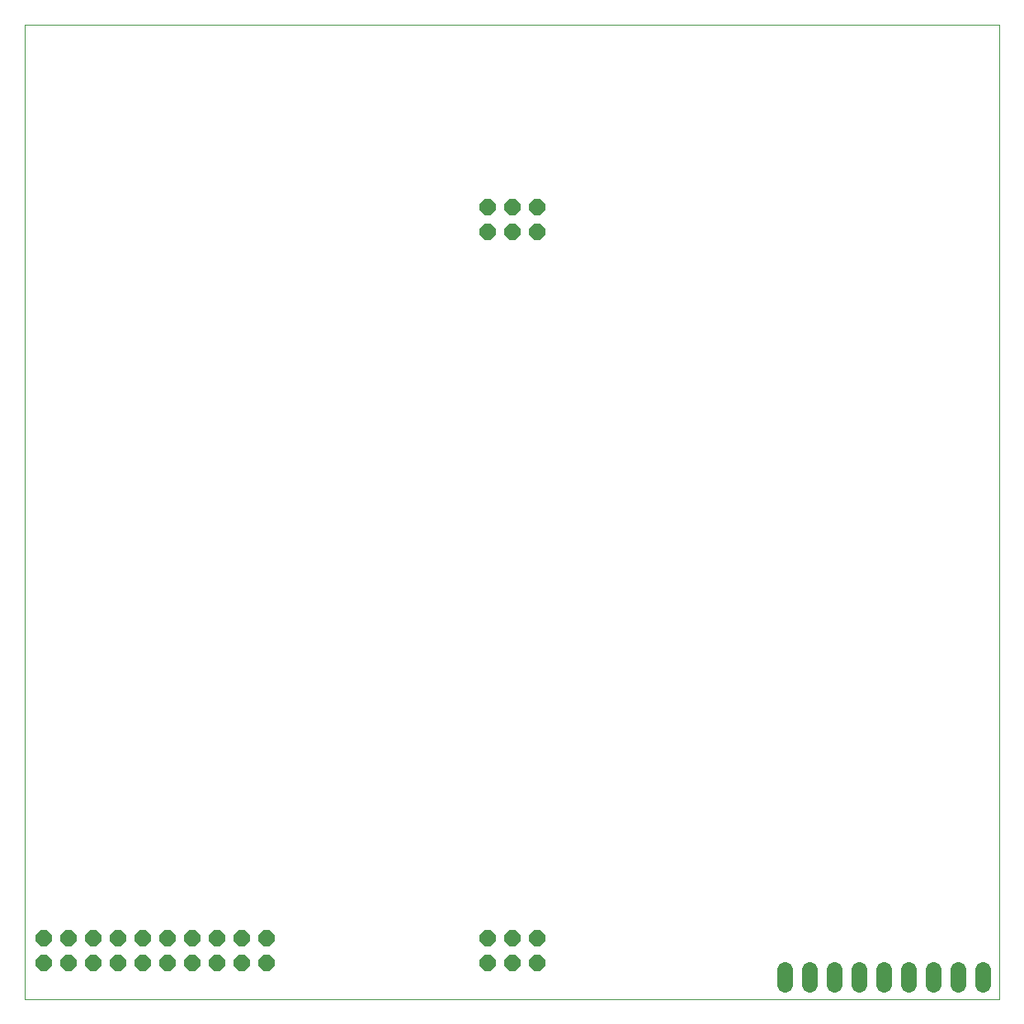
<source format=gbs>
G75*
%MOIN*%
%OFA0B0*%
%FSLAX25Y25*%
%IPPOS*%
%LPD*%
%AMOC8*
5,1,8,0,0,1.08239X$1,22.5*
%
%ADD10C,0.00394*%
%ADD11OC8,0.06400*%
%ADD12C,0.06400*%
D10*
X0002294Y0001400D02*
X0002294Y0395101D01*
X0395995Y0395101D01*
X0395995Y0001400D01*
X0002294Y0001400D01*
D11*
X0010050Y0016085D03*
X0020050Y0016085D03*
X0020050Y0026085D03*
X0010050Y0026085D03*
X0030050Y0026085D03*
X0030050Y0016085D03*
X0040050Y0016085D03*
X0040050Y0026085D03*
X0050050Y0026085D03*
X0050050Y0016085D03*
X0060050Y0016085D03*
X0060050Y0026085D03*
X0070050Y0026085D03*
X0070050Y0016085D03*
X0080050Y0016085D03*
X0080050Y0026085D03*
X0090050Y0026085D03*
X0090050Y0016085D03*
X0100050Y0016085D03*
X0100050Y0026085D03*
X0189144Y0026085D03*
X0189144Y0016085D03*
X0199144Y0016085D03*
X0199144Y0026085D03*
X0209144Y0026085D03*
X0209144Y0016085D03*
X0209144Y0311361D03*
X0209144Y0321361D03*
X0199144Y0321361D03*
X0189144Y0321361D03*
X0189144Y0311361D03*
X0199144Y0311361D03*
D12*
X0309394Y0013300D02*
X0309394Y0007300D01*
X0319394Y0007300D02*
X0319394Y0013300D01*
X0329394Y0013300D02*
X0329394Y0007300D01*
X0339394Y0007300D02*
X0339394Y0013300D01*
X0349394Y0013300D02*
X0349394Y0007300D01*
X0359394Y0007300D02*
X0359394Y0013300D01*
X0369394Y0013300D02*
X0369394Y0007300D01*
X0379394Y0007300D02*
X0379394Y0013300D01*
X0389394Y0013300D02*
X0389394Y0007300D01*
M02*

</source>
